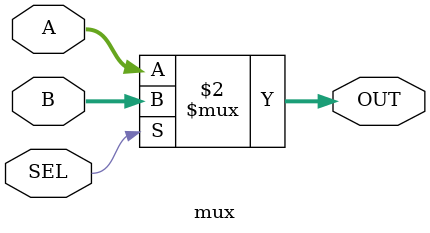
<source format=v>
`timescale 1ns / 1ps


module mux(

input [31:0] A,
input [31:0] B,
input wire SEL,
output [31:0]OUT
    );
    
    assign OUT=(SEL==1'b0)? A : B;
    
    
endmodule

</source>
